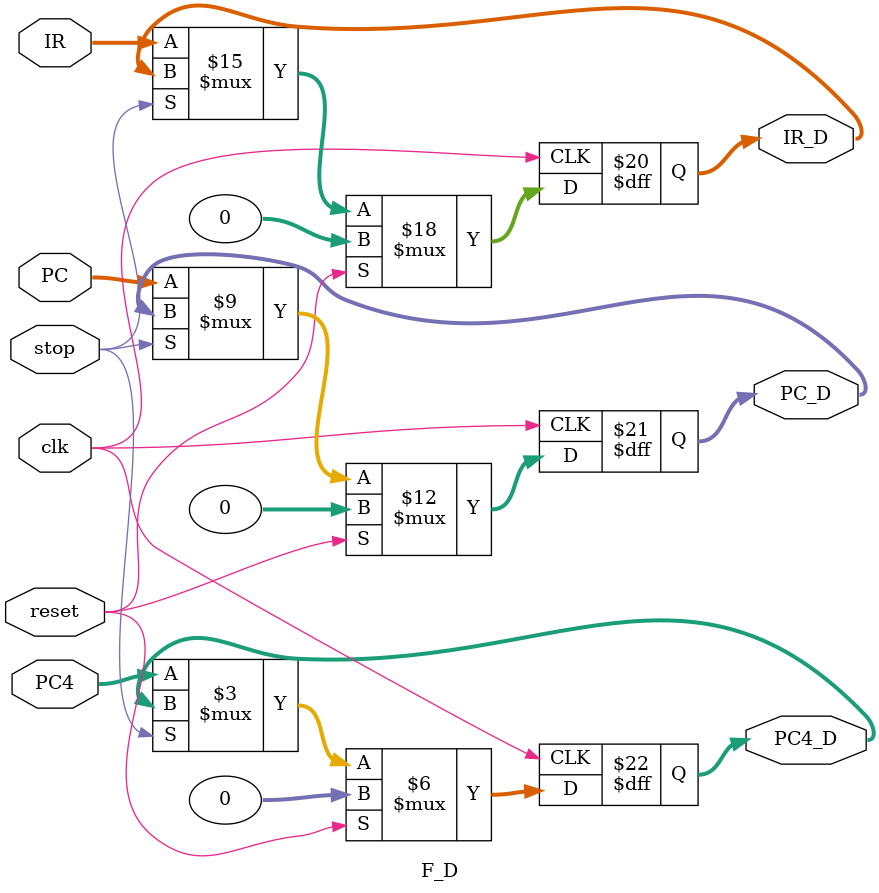
<source format=v>
`timescale 1ns / 1ps
module F_D(
    input [31:0] IR,
    input [31:0] PC,
    input [31:0] PC4,
    input clk,
    input reset,
    input stop,
    output reg[31:0] IR_D,
    output reg[31:0] PC_D,
    output reg[31:0] PC4_D
    );
	always@(posedge clk)
 		begin
			if(reset)
				begin
					IR_D <= 0;
					PC4_D <= 0;
					PC_D <= 0;
				end
			else if(stop)
				begin

				end
			else
				begin
					IR_D <= IR;
					PC4_D <= PC4;
					PC_D <= PC;
				end
		end

endmodule

</source>
